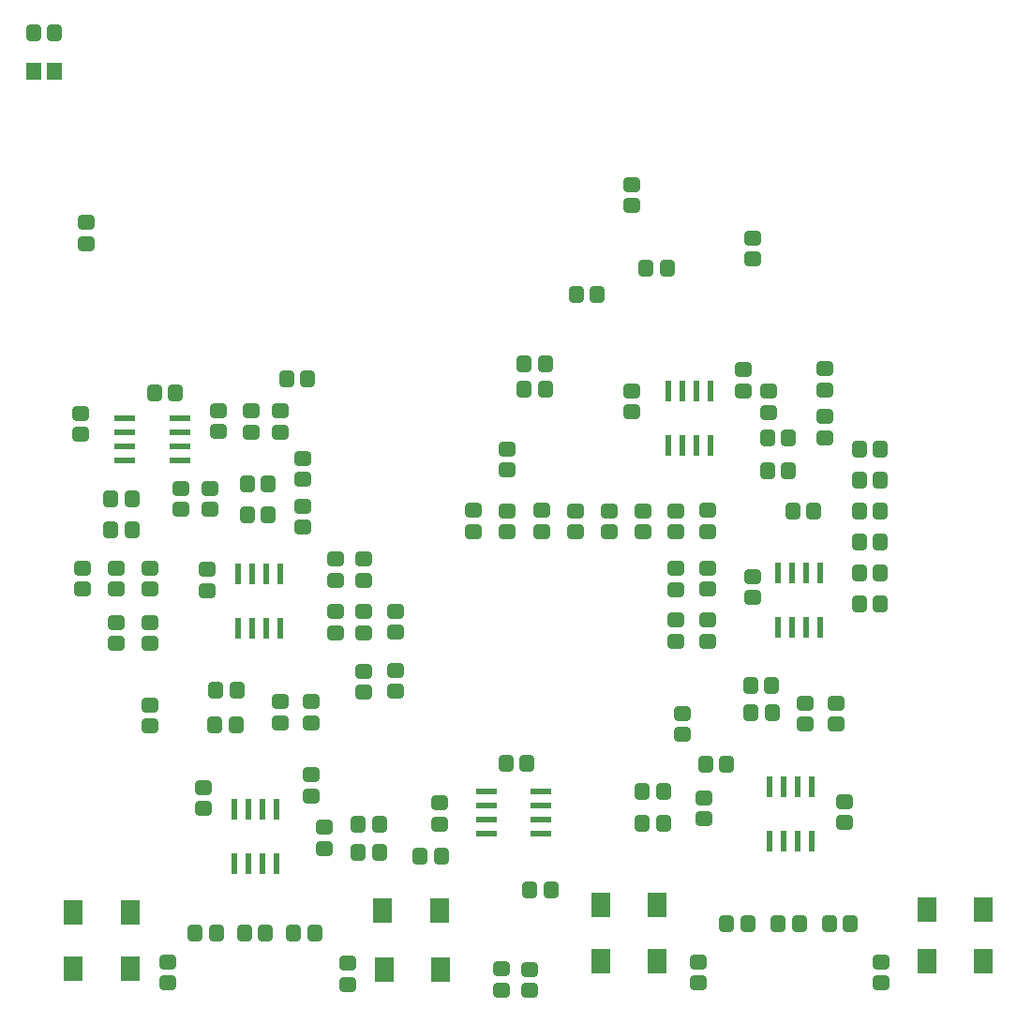
<source format=gtp>
G04*
G04 #@! TF.GenerationSoftware,Altium Limited,Altium Designer,19.1.8 (144)*
G04*
G04 Layer_Color=8421504*
%FSLAX25Y25*%
%MOIN*%
G70*
G01*
G75*
%ADD20R,0.02100X0.07800*%
G04:AMPARAMS|DCode=21|XSize=52mil|YSize=60mil|CornerRadius=13mil|HoleSize=0mil|Usage=FLASHONLY|Rotation=90.000|XOffset=0mil|YOffset=0mil|HoleType=Round|Shape=RoundedRectangle|*
%AMROUNDEDRECTD21*
21,1,0.05200,0.03400,0,0,90.0*
21,1,0.02600,0.06000,0,0,90.0*
1,1,0.02600,0.01700,0.01300*
1,1,0.02600,0.01700,-0.01300*
1,1,0.02600,-0.01700,-0.01300*
1,1,0.02600,-0.01700,0.01300*
%
%ADD21ROUNDEDRECTD21*%
%ADD22R,0.05200X0.06000*%
G04:AMPARAMS|DCode=23|XSize=52mil|YSize=60mil|CornerRadius=13mil|HoleSize=0mil|Usage=FLASHONLY|Rotation=0.000|XOffset=0mil|YOffset=0mil|HoleType=Round|Shape=RoundedRectangle|*
%AMROUNDEDRECTD23*
21,1,0.05200,0.03400,0,0,0.0*
21,1,0.02600,0.06000,0,0,0.0*
1,1,0.02600,0.01300,-0.01700*
1,1,0.02600,-0.01300,-0.01700*
1,1,0.02600,-0.01300,0.01700*
1,1,0.02600,0.01300,0.01700*
%
%ADD23ROUNDEDRECTD23*%
%ADD24R,0.07087X0.08661*%
%ADD25R,0.07800X0.02100*%
D20*
X281500Y163800D02*
D03*
X286500D02*
D03*
X291500D02*
D03*
X296500D02*
D03*
Y183200D02*
D03*
X291500D02*
D03*
X286500D02*
D03*
X281500D02*
D03*
X88000Y99200D02*
D03*
X93000D02*
D03*
X98000D02*
D03*
X103000D02*
D03*
Y79800D02*
D03*
X98000D02*
D03*
X93000D02*
D03*
X88000D02*
D03*
X242500Y228300D02*
D03*
X247500D02*
D03*
X252500D02*
D03*
X257500D02*
D03*
Y247700D02*
D03*
X252500D02*
D03*
X247500D02*
D03*
X242500D02*
D03*
X278500Y87800D02*
D03*
X283500D02*
D03*
X288500D02*
D03*
X293500D02*
D03*
Y107200D02*
D03*
X288500D02*
D03*
X283500D02*
D03*
X278500D02*
D03*
X89500Y182913D02*
D03*
X94500D02*
D03*
X99500D02*
D03*
X104500D02*
D03*
Y163513D02*
D03*
X99500D02*
D03*
X94500D02*
D03*
X89500D02*
D03*
D21*
X272500Y174260D02*
D03*
Y181800D02*
D03*
X209500Y205240D02*
D03*
Y197700D02*
D03*
X197333Y205300D02*
D03*
Y197760D02*
D03*
X173000Y205300D02*
D03*
Y197760D02*
D03*
X185167Y197700D02*
D03*
Y205240D02*
D03*
X185000Y219700D02*
D03*
Y227240D02*
D03*
X35500Y307740D02*
D03*
Y300200D02*
D03*
X128500Y44300D02*
D03*
Y36760D02*
D03*
X78500Y176760D02*
D03*
Y184300D02*
D03*
X256500Y197760D02*
D03*
Y205300D02*
D03*
X245000Y177200D02*
D03*
Y184740D02*
D03*
Y197700D02*
D03*
Y205240D02*
D03*
X233500D02*
D03*
Y197700D02*
D03*
X221500D02*
D03*
Y205240D02*
D03*
X256500Y177260D02*
D03*
Y184800D02*
D03*
X269000Y255300D02*
D03*
Y247760D02*
D03*
X278000Y240200D02*
D03*
Y247740D02*
D03*
X64500Y44800D02*
D03*
Y37260D02*
D03*
X120000Y85200D02*
D03*
Y92740D02*
D03*
X115500Y103760D02*
D03*
Y111300D02*
D03*
X77000Y99260D02*
D03*
Y106800D02*
D03*
X33500Y239800D02*
D03*
Y232260D02*
D03*
X82500Y240800D02*
D03*
Y233260D02*
D03*
X94000Y240740D02*
D03*
Y233200D02*
D03*
X104500D02*
D03*
Y240740D02*
D03*
X112500Y223800D02*
D03*
Y216260D02*
D03*
Y206800D02*
D03*
Y199260D02*
D03*
X79500Y205700D02*
D03*
Y213240D02*
D03*
X69000Y205700D02*
D03*
Y213240D02*
D03*
X34000Y184800D02*
D03*
Y177260D02*
D03*
X46000D02*
D03*
Y184800D02*
D03*
Y165513D02*
D03*
Y157972D02*
D03*
X58000D02*
D03*
Y165513D02*
D03*
Y128700D02*
D03*
Y136240D02*
D03*
X104500Y129760D02*
D03*
Y137300D02*
D03*
X115500D02*
D03*
Y129760D02*
D03*
X145500Y169513D02*
D03*
Y161972D02*
D03*
Y148513D02*
D03*
Y140972D02*
D03*
X134000Y140700D02*
D03*
Y148240D02*
D03*
Y169453D02*
D03*
Y161913D02*
D03*
X124000Y161760D02*
D03*
Y169300D02*
D03*
X256500Y158760D02*
D03*
Y166300D02*
D03*
X245000D02*
D03*
Y158760D02*
D03*
X255000Y95700D02*
D03*
Y103240D02*
D03*
X193000Y34700D02*
D03*
Y42240D02*
D03*
X183000Y34760D02*
D03*
Y42300D02*
D03*
X229500Y240260D02*
D03*
Y247800D02*
D03*
X272500Y294700D02*
D03*
Y302240D02*
D03*
X229500Y321240D02*
D03*
Y313700D02*
D03*
X58000Y177260D02*
D03*
Y184800D02*
D03*
X305000Y101800D02*
D03*
Y94260D02*
D03*
X298000Y248200D02*
D03*
Y255740D02*
D03*
X161000Y93760D02*
D03*
Y101300D02*
D03*
X298000Y231200D02*
D03*
Y238740D02*
D03*
X124000Y188013D02*
D03*
Y180472D02*
D03*
X134000Y188013D02*
D03*
Y180472D02*
D03*
X247500Y133240D02*
D03*
Y125700D02*
D03*
X253000Y37260D02*
D03*
Y44800D02*
D03*
X291000Y136800D02*
D03*
Y129260D02*
D03*
X302000D02*
D03*
Y136800D02*
D03*
X318000Y37260D02*
D03*
Y44800D02*
D03*
D22*
X24240Y361500D02*
D03*
X16700D02*
D03*
D23*
X240800Y94000D02*
D03*
X233260D02*
D03*
X109260Y55000D02*
D03*
X116800D02*
D03*
X99270D02*
D03*
X91730D02*
D03*
X310413Y227000D02*
D03*
X317953D02*
D03*
X310413Y172000D02*
D03*
X317953D02*
D03*
Y183000D02*
D03*
X310413D02*
D03*
X317953Y194000D02*
D03*
X310413D02*
D03*
X317953Y205000D02*
D03*
X310413D02*
D03*
Y216000D02*
D03*
X317953D02*
D03*
X294300Y205000D02*
D03*
X286760D02*
D03*
X277700Y219500D02*
D03*
X285240D02*
D03*
X277760Y231000D02*
D03*
X285300D02*
D03*
X16700Y375000D02*
D03*
X24240D02*
D03*
X81740Y55000D02*
D03*
X74200D02*
D03*
X154260Y82500D02*
D03*
X161800D02*
D03*
X132200Y83787D02*
D03*
X139740D02*
D03*
X132200Y93787D02*
D03*
X139740D02*
D03*
X114240Y252000D02*
D03*
X106700D02*
D03*
X100300Y203713D02*
D03*
X92760D02*
D03*
X92700Y214713D02*
D03*
X100240D02*
D03*
X51740Y209500D02*
D03*
X44200D02*
D03*
X51800Y198500D02*
D03*
X44260D02*
D03*
X89013Y141500D02*
D03*
X81472D02*
D03*
X88713Y129000D02*
D03*
X81172D02*
D03*
X279225Y143000D02*
D03*
X271685D02*
D03*
X279453Y133500D02*
D03*
X271913D02*
D03*
X255760Y115000D02*
D03*
X263300D02*
D03*
X217240Y282000D02*
D03*
X209700D02*
D03*
X234460Y291500D02*
D03*
X242000D02*
D03*
X67300Y247000D02*
D03*
X59760D02*
D03*
X193200Y70500D02*
D03*
X200740D02*
D03*
X191200Y257500D02*
D03*
X198740D02*
D03*
X198800Y248500D02*
D03*
X191260D02*
D03*
X184700Y115500D02*
D03*
X192240D02*
D03*
X263200Y58500D02*
D03*
X270740D02*
D03*
X281480D02*
D03*
X289020D02*
D03*
X233260Y105500D02*
D03*
X240800D02*
D03*
X307300Y58500D02*
D03*
X299760D02*
D03*
D24*
X141461Y42000D02*
D03*
X161539D02*
D03*
X30961Y62500D02*
D03*
X51039D02*
D03*
Y42500D02*
D03*
X30961D02*
D03*
X161039Y63000D02*
D03*
X140961D02*
D03*
X238539Y45000D02*
D03*
X218461D02*
D03*
X218500Y65000D02*
D03*
X238578D02*
D03*
X354539Y63500D02*
D03*
X334461D02*
D03*
Y45000D02*
D03*
X354539D02*
D03*
D25*
X177800Y90500D02*
D03*
Y95500D02*
D03*
Y100500D02*
D03*
Y105500D02*
D03*
X197200D02*
D03*
Y100500D02*
D03*
Y95500D02*
D03*
Y90500D02*
D03*
X68700Y238000D02*
D03*
Y233000D02*
D03*
Y228000D02*
D03*
Y223000D02*
D03*
X49300D02*
D03*
Y228000D02*
D03*
Y233000D02*
D03*
Y238000D02*
D03*
M02*

</source>
